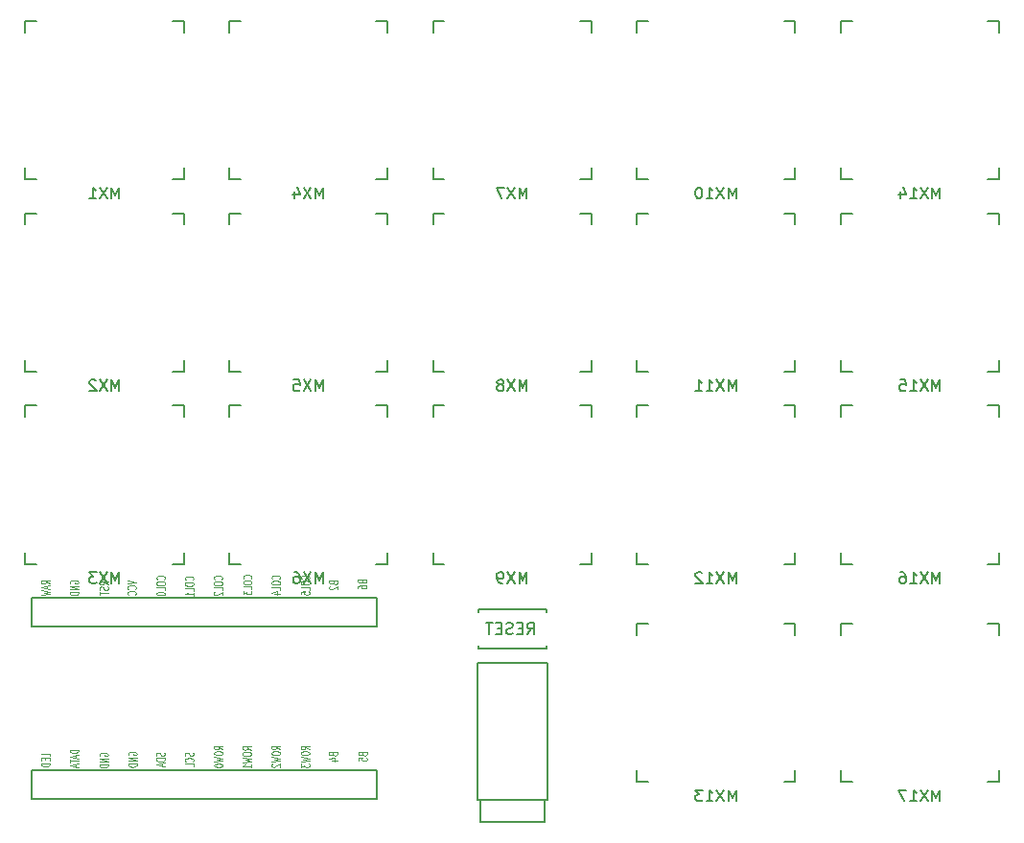
<source format=gbo>
%TF.GenerationSoftware,KiCad,Pcbnew,(5.1.12)-1*%
%TF.CreationDate,2021-11-19T00:53:14-08:00*%
%TF.ProjectId,orthodox,6f727468-6f64-46f7-982e-6b696361645f,rev?*%
%TF.SameCoordinates,Original*%
%TF.FileFunction,Legend,Bot*%
%TF.FilePolarity,Positive*%
%FSLAX46Y46*%
G04 Gerber Fmt 4.6, Leading zero omitted, Abs format (unit mm)*
G04 Created by KiCad (PCBNEW (5.1.12)-1) date 2021-11-19 00:53:14*
%MOMM*%
%LPD*%
G01*
G04 APERTURE LIST*
%ADD10C,0.150000*%
%ADD11C,0.125000*%
G04 APERTURE END LIST*
D10*
%TO.C,MX6*%
X79000000Y-74000000D02*
X79000000Y-75000000D01*
X79000000Y-75000000D02*
X78000000Y-75000000D01*
X78000000Y-61000000D02*
X79000000Y-61000000D01*
X79000000Y-61000000D02*
X79000000Y-62000000D01*
X65000000Y-62000000D02*
X65000000Y-61000000D01*
X65000000Y-61000000D02*
X66000000Y-61000000D01*
X66000000Y-75000000D02*
X65000000Y-75000000D01*
X65000000Y-75000000D02*
X65000000Y-74000000D01*
%TO.C,MX1*%
X47000000Y-41000000D02*
X47000000Y-40000000D01*
X48000000Y-41000000D02*
X47000000Y-41000000D01*
X47000000Y-27000000D02*
X48000000Y-27000000D01*
X47000000Y-28000000D02*
X47000000Y-27000000D01*
X61000000Y-27000000D02*
X61000000Y-28000000D01*
X60000000Y-27000000D02*
X61000000Y-27000000D01*
X61000000Y-41000000D02*
X60000000Y-41000000D01*
X61000000Y-40000000D02*
X61000000Y-41000000D01*
%TO.C,MX2*%
X61000000Y-57000000D02*
X61000000Y-58000000D01*
X61000000Y-58000000D02*
X60000000Y-58000000D01*
X60000000Y-44000000D02*
X61000000Y-44000000D01*
X61000000Y-44000000D02*
X61000000Y-45000000D01*
X47000000Y-45000000D02*
X47000000Y-44000000D01*
X47000000Y-44000000D02*
X48000000Y-44000000D01*
X48000000Y-58000000D02*
X47000000Y-58000000D01*
X47000000Y-58000000D02*
X47000000Y-57000000D01*
%TO.C,MX3*%
X61000000Y-74000000D02*
X61000000Y-75000000D01*
X61000000Y-75000000D02*
X60000000Y-75000000D01*
X60000000Y-61000000D02*
X61000000Y-61000000D01*
X61000000Y-61000000D02*
X61000000Y-62000000D01*
X47000000Y-62000000D02*
X47000000Y-61000000D01*
X47000000Y-61000000D02*
X48000000Y-61000000D01*
X48000000Y-75000000D02*
X47000000Y-75000000D01*
X47000000Y-75000000D02*
X47000000Y-74000000D01*
%TO.C,MX4*%
X79000000Y-40000000D02*
X79000000Y-41000000D01*
X79000000Y-41000000D02*
X78000000Y-41000000D01*
X78000000Y-27000000D02*
X79000000Y-27000000D01*
X79000000Y-27000000D02*
X79000000Y-28000000D01*
X65000000Y-28000000D02*
X65000000Y-27000000D01*
X65000000Y-27000000D02*
X66000000Y-27000000D01*
X66000000Y-41000000D02*
X65000000Y-41000000D01*
X65000000Y-41000000D02*
X65000000Y-40000000D01*
%TO.C,MX5*%
X65000000Y-58000000D02*
X65000000Y-57000000D01*
X66000000Y-58000000D02*
X65000000Y-58000000D01*
X65000000Y-44000000D02*
X66000000Y-44000000D01*
X65000000Y-45000000D02*
X65000000Y-44000000D01*
X79000000Y-44000000D02*
X79000000Y-45000000D01*
X78000000Y-44000000D02*
X79000000Y-44000000D01*
X79000000Y-58000000D02*
X78000000Y-58000000D01*
X79000000Y-57000000D02*
X79000000Y-58000000D01*
%TO.C,MX7*%
X83000000Y-41000000D02*
X83000000Y-40000000D01*
X84000000Y-41000000D02*
X83000000Y-41000000D01*
X83000000Y-27000000D02*
X84000000Y-27000000D01*
X83000000Y-28000000D02*
X83000000Y-27000000D01*
X97000000Y-27000000D02*
X97000000Y-28000000D01*
X96000000Y-27000000D02*
X97000000Y-27000000D01*
X97000000Y-41000000D02*
X96000000Y-41000000D01*
X97000000Y-40000000D02*
X97000000Y-41000000D01*
%TO.C,MX8*%
X97000000Y-57000000D02*
X97000000Y-58000000D01*
X97000000Y-58000000D02*
X96000000Y-58000000D01*
X96000000Y-44000000D02*
X97000000Y-44000000D01*
X97000000Y-44000000D02*
X97000000Y-45000000D01*
X83000000Y-45000000D02*
X83000000Y-44000000D01*
X83000000Y-44000000D02*
X84000000Y-44000000D01*
X84000000Y-58000000D02*
X83000000Y-58000000D01*
X83000000Y-58000000D02*
X83000000Y-57000000D01*
%TO.C,MX9*%
X97000000Y-74000000D02*
X97000000Y-75000000D01*
X97000000Y-75000000D02*
X96000000Y-75000000D01*
X96000000Y-61000000D02*
X97000000Y-61000000D01*
X97000000Y-61000000D02*
X97000000Y-62000000D01*
X83000000Y-62000000D02*
X83000000Y-61000000D01*
X83000000Y-61000000D02*
X84000000Y-61000000D01*
X84000000Y-75000000D02*
X83000000Y-75000000D01*
X83000000Y-75000000D02*
X83000000Y-74000000D01*
%TO.C,MX10*%
X115000000Y-40000000D02*
X115000000Y-41000000D01*
X115000000Y-41000000D02*
X114000000Y-41000000D01*
X114000000Y-27000000D02*
X115000000Y-27000000D01*
X115000000Y-27000000D02*
X115000000Y-28000000D01*
X101000000Y-28000000D02*
X101000000Y-27000000D01*
X101000000Y-27000000D02*
X102000000Y-27000000D01*
X102000000Y-41000000D02*
X101000000Y-41000000D01*
X101000000Y-41000000D02*
X101000000Y-40000000D01*
%TO.C,MX11*%
X101000000Y-58000000D02*
X101000000Y-57000000D01*
X102000000Y-58000000D02*
X101000000Y-58000000D01*
X101000000Y-44000000D02*
X102000000Y-44000000D01*
X101000000Y-45000000D02*
X101000000Y-44000000D01*
X115000000Y-44000000D02*
X115000000Y-45000000D01*
X114000000Y-44000000D02*
X115000000Y-44000000D01*
X115000000Y-58000000D02*
X114000000Y-58000000D01*
X115000000Y-57000000D02*
X115000000Y-58000000D01*
%TO.C,MX12*%
X115000000Y-74000000D02*
X115000000Y-75000000D01*
X115000000Y-75000000D02*
X114000000Y-75000000D01*
X114000000Y-61000000D02*
X115000000Y-61000000D01*
X115000000Y-61000000D02*
X115000000Y-62000000D01*
X101000000Y-62000000D02*
X101000000Y-61000000D01*
X101000000Y-61000000D02*
X102000000Y-61000000D01*
X102000000Y-75000000D02*
X101000000Y-75000000D01*
X101000000Y-75000000D02*
X101000000Y-74000000D01*
%TO.C,MX13*%
X115000000Y-93250000D02*
X115000000Y-94250000D01*
X115000000Y-94250000D02*
X114000000Y-94250000D01*
X114000000Y-80250000D02*
X115000000Y-80250000D01*
X115000000Y-80250000D02*
X115000000Y-81250000D01*
X101000000Y-81250000D02*
X101000000Y-80250000D01*
X101000000Y-80250000D02*
X102000000Y-80250000D01*
X102000000Y-94250000D02*
X101000000Y-94250000D01*
X101000000Y-94250000D02*
X101000000Y-93250000D01*
%TO.C,MX14*%
X119000000Y-41000000D02*
X119000000Y-40000000D01*
X120000000Y-41000000D02*
X119000000Y-41000000D01*
X119000000Y-27000000D02*
X120000000Y-27000000D01*
X119000000Y-28000000D02*
X119000000Y-27000000D01*
X133000000Y-27000000D02*
X133000000Y-28000000D01*
X132000000Y-27000000D02*
X133000000Y-27000000D01*
X133000000Y-41000000D02*
X132000000Y-41000000D01*
X133000000Y-40000000D02*
X133000000Y-41000000D01*
%TO.C,MX15*%
X133000000Y-57000000D02*
X133000000Y-58000000D01*
X133000000Y-58000000D02*
X132000000Y-58000000D01*
X132000000Y-44000000D02*
X133000000Y-44000000D01*
X133000000Y-44000000D02*
X133000000Y-45000000D01*
X119000000Y-45000000D02*
X119000000Y-44000000D01*
X119000000Y-44000000D02*
X120000000Y-44000000D01*
X120000000Y-58000000D02*
X119000000Y-58000000D01*
X119000000Y-58000000D02*
X119000000Y-57000000D01*
%TO.C,MX16*%
X119000000Y-75000000D02*
X119000000Y-74000000D01*
X120000000Y-75000000D02*
X119000000Y-75000000D01*
X119000000Y-61000000D02*
X120000000Y-61000000D01*
X119000000Y-62000000D02*
X119000000Y-61000000D01*
X133000000Y-61000000D02*
X133000000Y-62000000D01*
X132000000Y-61000000D02*
X133000000Y-61000000D01*
X133000000Y-75000000D02*
X132000000Y-75000000D01*
X133000000Y-74000000D02*
X133000000Y-75000000D01*
%TO.C,MX17*%
X119000000Y-94250000D02*
X119000000Y-93250000D01*
X120000000Y-94250000D02*
X119000000Y-94250000D01*
X119000000Y-80250000D02*
X120000000Y-80250000D01*
X119000000Y-81250000D02*
X119000000Y-80250000D01*
X133000000Y-80250000D02*
X133000000Y-81250000D01*
X132000000Y-80250000D02*
X133000000Y-80250000D01*
X133000000Y-94250000D02*
X132000000Y-94250000D01*
X133000000Y-93250000D02*
X133000000Y-94250000D01*
%TO.C,SW1*%
X87000000Y-79230000D02*
X87000000Y-78980000D01*
X87000000Y-78980000D02*
X93000000Y-78980000D01*
X93000000Y-78980000D02*
X93000000Y-79230000D01*
X93000000Y-82230000D02*
X93000000Y-82480000D01*
X93000000Y-82480000D02*
X87000000Y-82480000D01*
X87000000Y-82480000D02*
X87000000Y-82230000D01*
%TO.C,U1*%
X47552000Y-77966400D02*
X47552000Y-80506400D01*
X47552000Y-80506400D02*
X78032000Y-80506400D01*
X78032000Y-80506400D02*
X78032000Y-77966400D01*
X78032000Y-77966400D02*
X47552000Y-77966400D01*
X47552000Y-93186400D02*
X47552000Y-95726400D01*
X47552000Y-95726400D02*
X78032000Y-95726400D01*
X78032000Y-95726400D02*
X78032000Y-93186400D01*
X78032000Y-93186400D02*
X47552000Y-93186400D01*
%TO.C,U3*%
X92825000Y-97805000D02*
X87225000Y-97805000D01*
X87225000Y-95805000D02*
X87225000Y-97805000D01*
X92825000Y-95805000D02*
X92825000Y-97805000D01*
X86975000Y-95805000D02*
X86975000Y-83705000D01*
X93075000Y-95805000D02*
X93075000Y-83705000D01*
X93075000Y-83705000D02*
X86975000Y-83705000D01*
X93075000Y-95805000D02*
X86975000Y-95805000D01*
%TO.C,MX6*%
X73285714Y-76707380D02*
X73285714Y-75707380D01*
X72952380Y-76421666D01*
X72619047Y-75707380D01*
X72619047Y-76707380D01*
X72238095Y-75707380D02*
X71571428Y-76707380D01*
X71571428Y-75707380D02*
X72238095Y-76707380D01*
X70761904Y-75707380D02*
X70952380Y-75707380D01*
X71047619Y-75755000D01*
X71095238Y-75802619D01*
X71190476Y-75945476D01*
X71238095Y-76135952D01*
X71238095Y-76516904D01*
X71190476Y-76612142D01*
X71142857Y-76659761D01*
X71047619Y-76707380D01*
X70857142Y-76707380D01*
X70761904Y-76659761D01*
X70714285Y-76612142D01*
X70666666Y-76516904D01*
X70666666Y-76278809D01*
X70714285Y-76183571D01*
X70761904Y-76135952D01*
X70857142Y-76088333D01*
X71047619Y-76088333D01*
X71142857Y-76135952D01*
X71190476Y-76183571D01*
X71238095Y-76278809D01*
%TO.C,MX1*%
X55285714Y-42707380D02*
X55285714Y-41707380D01*
X54952380Y-42421666D01*
X54619047Y-41707380D01*
X54619047Y-42707380D01*
X54238095Y-41707380D02*
X53571428Y-42707380D01*
X53571428Y-41707380D02*
X54238095Y-42707380D01*
X52666666Y-42707380D02*
X53238095Y-42707380D01*
X52952380Y-42707380D02*
X52952380Y-41707380D01*
X53047619Y-41850238D01*
X53142857Y-41945476D01*
X53238095Y-41993095D01*
%TO.C,MX2*%
X55285714Y-59707380D02*
X55285714Y-58707380D01*
X54952380Y-59421666D01*
X54619047Y-58707380D01*
X54619047Y-59707380D01*
X54238095Y-58707380D02*
X53571428Y-59707380D01*
X53571428Y-58707380D02*
X54238095Y-59707380D01*
X53238095Y-58802619D02*
X53190476Y-58755000D01*
X53095238Y-58707380D01*
X52857142Y-58707380D01*
X52761904Y-58755000D01*
X52714285Y-58802619D01*
X52666666Y-58897857D01*
X52666666Y-58993095D01*
X52714285Y-59135952D01*
X53285714Y-59707380D01*
X52666666Y-59707380D01*
%TO.C,MX3*%
X55285714Y-76707380D02*
X55285714Y-75707380D01*
X54952380Y-76421666D01*
X54619047Y-75707380D01*
X54619047Y-76707380D01*
X54238095Y-75707380D02*
X53571428Y-76707380D01*
X53571428Y-75707380D02*
X54238095Y-76707380D01*
X53285714Y-75707380D02*
X52666666Y-75707380D01*
X53000000Y-76088333D01*
X52857142Y-76088333D01*
X52761904Y-76135952D01*
X52714285Y-76183571D01*
X52666666Y-76278809D01*
X52666666Y-76516904D01*
X52714285Y-76612142D01*
X52761904Y-76659761D01*
X52857142Y-76707380D01*
X53142857Y-76707380D01*
X53238095Y-76659761D01*
X53285714Y-76612142D01*
%TO.C,MX4*%
X73285714Y-42707380D02*
X73285714Y-41707380D01*
X72952380Y-42421666D01*
X72619047Y-41707380D01*
X72619047Y-42707380D01*
X72238095Y-41707380D02*
X71571428Y-42707380D01*
X71571428Y-41707380D02*
X72238095Y-42707380D01*
X70761904Y-42040714D02*
X70761904Y-42707380D01*
X71000000Y-41659761D02*
X71238095Y-42374047D01*
X70619047Y-42374047D01*
%TO.C,MX5*%
X73285714Y-59707380D02*
X73285714Y-58707380D01*
X72952380Y-59421666D01*
X72619047Y-58707380D01*
X72619047Y-59707380D01*
X72238095Y-58707380D02*
X71571428Y-59707380D01*
X71571428Y-58707380D02*
X72238095Y-59707380D01*
X70714285Y-58707380D02*
X71190476Y-58707380D01*
X71238095Y-59183571D01*
X71190476Y-59135952D01*
X71095238Y-59088333D01*
X70857142Y-59088333D01*
X70761904Y-59135952D01*
X70714285Y-59183571D01*
X70666666Y-59278809D01*
X70666666Y-59516904D01*
X70714285Y-59612142D01*
X70761904Y-59659761D01*
X70857142Y-59707380D01*
X71095238Y-59707380D01*
X71190476Y-59659761D01*
X71238095Y-59612142D01*
%TO.C,MX7*%
X91285714Y-42707380D02*
X91285714Y-41707380D01*
X90952380Y-42421666D01*
X90619047Y-41707380D01*
X90619047Y-42707380D01*
X90238095Y-41707380D02*
X89571428Y-42707380D01*
X89571428Y-41707380D02*
X90238095Y-42707380D01*
X89285714Y-41707380D02*
X88619047Y-41707380D01*
X89047619Y-42707380D01*
%TO.C,MX8*%
X91285714Y-59707380D02*
X91285714Y-58707380D01*
X90952380Y-59421666D01*
X90619047Y-58707380D01*
X90619047Y-59707380D01*
X90238095Y-58707380D02*
X89571428Y-59707380D01*
X89571428Y-58707380D02*
X90238095Y-59707380D01*
X89047619Y-59135952D02*
X89142857Y-59088333D01*
X89190476Y-59040714D01*
X89238095Y-58945476D01*
X89238095Y-58897857D01*
X89190476Y-58802619D01*
X89142857Y-58755000D01*
X89047619Y-58707380D01*
X88857142Y-58707380D01*
X88761904Y-58755000D01*
X88714285Y-58802619D01*
X88666666Y-58897857D01*
X88666666Y-58945476D01*
X88714285Y-59040714D01*
X88761904Y-59088333D01*
X88857142Y-59135952D01*
X89047619Y-59135952D01*
X89142857Y-59183571D01*
X89190476Y-59231190D01*
X89238095Y-59326428D01*
X89238095Y-59516904D01*
X89190476Y-59612142D01*
X89142857Y-59659761D01*
X89047619Y-59707380D01*
X88857142Y-59707380D01*
X88761904Y-59659761D01*
X88714285Y-59612142D01*
X88666666Y-59516904D01*
X88666666Y-59326428D01*
X88714285Y-59231190D01*
X88761904Y-59183571D01*
X88857142Y-59135952D01*
%TO.C,MX9*%
X91285714Y-76707380D02*
X91285714Y-75707380D01*
X90952380Y-76421666D01*
X90619047Y-75707380D01*
X90619047Y-76707380D01*
X90238095Y-75707380D02*
X89571428Y-76707380D01*
X89571428Y-75707380D02*
X90238095Y-76707380D01*
X89142857Y-76707380D02*
X88952380Y-76707380D01*
X88857142Y-76659761D01*
X88809523Y-76612142D01*
X88714285Y-76469285D01*
X88666666Y-76278809D01*
X88666666Y-75897857D01*
X88714285Y-75802619D01*
X88761904Y-75755000D01*
X88857142Y-75707380D01*
X89047619Y-75707380D01*
X89142857Y-75755000D01*
X89190476Y-75802619D01*
X89238095Y-75897857D01*
X89238095Y-76135952D01*
X89190476Y-76231190D01*
X89142857Y-76278809D01*
X89047619Y-76326428D01*
X88857142Y-76326428D01*
X88761904Y-76278809D01*
X88714285Y-76231190D01*
X88666666Y-76135952D01*
%TO.C,MX10*%
X109761904Y-42707380D02*
X109761904Y-41707380D01*
X109428571Y-42421666D01*
X109095238Y-41707380D01*
X109095238Y-42707380D01*
X108714285Y-41707380D02*
X108047619Y-42707380D01*
X108047619Y-41707380D02*
X108714285Y-42707380D01*
X107142857Y-42707380D02*
X107714285Y-42707380D01*
X107428571Y-42707380D02*
X107428571Y-41707380D01*
X107523809Y-41850238D01*
X107619047Y-41945476D01*
X107714285Y-41993095D01*
X106523809Y-41707380D02*
X106428571Y-41707380D01*
X106333333Y-41755000D01*
X106285714Y-41802619D01*
X106238095Y-41897857D01*
X106190476Y-42088333D01*
X106190476Y-42326428D01*
X106238095Y-42516904D01*
X106285714Y-42612142D01*
X106333333Y-42659761D01*
X106428571Y-42707380D01*
X106523809Y-42707380D01*
X106619047Y-42659761D01*
X106666666Y-42612142D01*
X106714285Y-42516904D01*
X106761904Y-42326428D01*
X106761904Y-42088333D01*
X106714285Y-41897857D01*
X106666666Y-41802619D01*
X106619047Y-41755000D01*
X106523809Y-41707380D01*
%TO.C,MX11*%
X109761904Y-59707380D02*
X109761904Y-58707380D01*
X109428571Y-59421666D01*
X109095238Y-58707380D01*
X109095238Y-59707380D01*
X108714285Y-58707380D02*
X108047619Y-59707380D01*
X108047619Y-58707380D02*
X108714285Y-59707380D01*
X107142857Y-59707380D02*
X107714285Y-59707380D01*
X107428571Y-59707380D02*
X107428571Y-58707380D01*
X107523809Y-58850238D01*
X107619047Y-58945476D01*
X107714285Y-58993095D01*
X106190476Y-59707380D02*
X106761904Y-59707380D01*
X106476190Y-59707380D02*
X106476190Y-58707380D01*
X106571428Y-58850238D01*
X106666666Y-58945476D01*
X106761904Y-58993095D01*
%TO.C,MX12*%
X109761904Y-76707380D02*
X109761904Y-75707380D01*
X109428571Y-76421666D01*
X109095238Y-75707380D01*
X109095238Y-76707380D01*
X108714285Y-75707380D02*
X108047619Y-76707380D01*
X108047619Y-75707380D02*
X108714285Y-76707380D01*
X107142857Y-76707380D02*
X107714285Y-76707380D01*
X107428571Y-76707380D02*
X107428571Y-75707380D01*
X107523809Y-75850238D01*
X107619047Y-75945476D01*
X107714285Y-75993095D01*
X106761904Y-75802619D02*
X106714285Y-75755000D01*
X106619047Y-75707380D01*
X106380952Y-75707380D01*
X106285714Y-75755000D01*
X106238095Y-75802619D01*
X106190476Y-75897857D01*
X106190476Y-75993095D01*
X106238095Y-76135952D01*
X106809523Y-76707380D01*
X106190476Y-76707380D01*
%TO.C,MX13*%
X109761904Y-95957380D02*
X109761904Y-94957380D01*
X109428571Y-95671666D01*
X109095238Y-94957380D01*
X109095238Y-95957380D01*
X108714285Y-94957380D02*
X108047619Y-95957380D01*
X108047619Y-94957380D02*
X108714285Y-95957380D01*
X107142857Y-95957380D02*
X107714285Y-95957380D01*
X107428571Y-95957380D02*
X107428571Y-94957380D01*
X107523809Y-95100238D01*
X107619047Y-95195476D01*
X107714285Y-95243095D01*
X106809523Y-94957380D02*
X106190476Y-94957380D01*
X106523809Y-95338333D01*
X106380952Y-95338333D01*
X106285714Y-95385952D01*
X106238095Y-95433571D01*
X106190476Y-95528809D01*
X106190476Y-95766904D01*
X106238095Y-95862142D01*
X106285714Y-95909761D01*
X106380952Y-95957380D01*
X106666666Y-95957380D01*
X106761904Y-95909761D01*
X106809523Y-95862142D01*
%TO.C,MX14*%
X127761904Y-42707380D02*
X127761904Y-41707380D01*
X127428571Y-42421666D01*
X127095238Y-41707380D01*
X127095238Y-42707380D01*
X126714285Y-41707380D02*
X126047619Y-42707380D01*
X126047619Y-41707380D02*
X126714285Y-42707380D01*
X125142857Y-42707380D02*
X125714285Y-42707380D01*
X125428571Y-42707380D02*
X125428571Y-41707380D01*
X125523809Y-41850238D01*
X125619047Y-41945476D01*
X125714285Y-41993095D01*
X124285714Y-42040714D02*
X124285714Y-42707380D01*
X124523809Y-41659761D02*
X124761904Y-42374047D01*
X124142857Y-42374047D01*
%TO.C,MX15*%
X127761904Y-59707380D02*
X127761904Y-58707380D01*
X127428571Y-59421666D01*
X127095238Y-58707380D01*
X127095238Y-59707380D01*
X126714285Y-58707380D02*
X126047619Y-59707380D01*
X126047619Y-58707380D02*
X126714285Y-59707380D01*
X125142857Y-59707380D02*
X125714285Y-59707380D01*
X125428571Y-59707380D02*
X125428571Y-58707380D01*
X125523809Y-58850238D01*
X125619047Y-58945476D01*
X125714285Y-58993095D01*
X124238095Y-58707380D02*
X124714285Y-58707380D01*
X124761904Y-59183571D01*
X124714285Y-59135952D01*
X124619047Y-59088333D01*
X124380952Y-59088333D01*
X124285714Y-59135952D01*
X124238095Y-59183571D01*
X124190476Y-59278809D01*
X124190476Y-59516904D01*
X124238095Y-59612142D01*
X124285714Y-59659761D01*
X124380952Y-59707380D01*
X124619047Y-59707380D01*
X124714285Y-59659761D01*
X124761904Y-59612142D01*
%TO.C,MX16*%
X127761904Y-76707380D02*
X127761904Y-75707380D01*
X127428571Y-76421666D01*
X127095238Y-75707380D01*
X127095238Y-76707380D01*
X126714285Y-75707380D02*
X126047619Y-76707380D01*
X126047619Y-75707380D02*
X126714285Y-76707380D01*
X125142857Y-76707380D02*
X125714285Y-76707380D01*
X125428571Y-76707380D02*
X125428571Y-75707380D01*
X125523809Y-75850238D01*
X125619047Y-75945476D01*
X125714285Y-75993095D01*
X124285714Y-75707380D02*
X124476190Y-75707380D01*
X124571428Y-75755000D01*
X124619047Y-75802619D01*
X124714285Y-75945476D01*
X124761904Y-76135952D01*
X124761904Y-76516904D01*
X124714285Y-76612142D01*
X124666666Y-76659761D01*
X124571428Y-76707380D01*
X124380952Y-76707380D01*
X124285714Y-76659761D01*
X124238095Y-76612142D01*
X124190476Y-76516904D01*
X124190476Y-76278809D01*
X124238095Y-76183571D01*
X124285714Y-76135952D01*
X124380952Y-76088333D01*
X124571428Y-76088333D01*
X124666666Y-76135952D01*
X124714285Y-76183571D01*
X124761904Y-76278809D01*
%TO.C,MX17*%
X127761904Y-95957380D02*
X127761904Y-94957380D01*
X127428571Y-95671666D01*
X127095238Y-94957380D01*
X127095238Y-95957380D01*
X126714285Y-94957380D02*
X126047619Y-95957380D01*
X126047619Y-94957380D02*
X126714285Y-95957380D01*
X125142857Y-95957380D02*
X125714285Y-95957380D01*
X125428571Y-95957380D02*
X125428571Y-94957380D01*
X125523809Y-95100238D01*
X125619047Y-95195476D01*
X125714285Y-95243095D01*
X124809523Y-94957380D02*
X124142857Y-94957380D01*
X124571428Y-95957380D01*
%TO.C,SW1*%
X91325380Y-81182380D02*
X91658714Y-80706190D01*
X91896809Y-81182380D02*
X91896809Y-80182380D01*
X91515857Y-80182380D01*
X91420619Y-80230000D01*
X91373000Y-80277619D01*
X91325380Y-80372857D01*
X91325380Y-80515714D01*
X91373000Y-80610952D01*
X91420619Y-80658571D01*
X91515857Y-80706190D01*
X91896809Y-80706190D01*
X90896809Y-80658571D02*
X90563476Y-80658571D01*
X90420619Y-81182380D02*
X90896809Y-81182380D01*
X90896809Y-80182380D01*
X90420619Y-80182380D01*
X90039666Y-81134761D02*
X89896809Y-81182380D01*
X89658714Y-81182380D01*
X89563476Y-81134761D01*
X89515857Y-81087142D01*
X89468238Y-80991904D01*
X89468238Y-80896666D01*
X89515857Y-80801428D01*
X89563476Y-80753809D01*
X89658714Y-80706190D01*
X89849190Y-80658571D01*
X89944428Y-80610952D01*
X89992047Y-80563333D01*
X90039666Y-80468095D01*
X90039666Y-80372857D01*
X89992047Y-80277619D01*
X89944428Y-80230000D01*
X89849190Y-80182380D01*
X89611095Y-80182380D01*
X89468238Y-80230000D01*
X89039666Y-80658571D02*
X88706333Y-80658571D01*
X88563476Y-81182380D02*
X89039666Y-81182380D01*
X89039666Y-80182380D01*
X88563476Y-80182380D01*
X88277761Y-80182380D02*
X87706333Y-80182380D01*
X87992047Y-81182380D02*
X87992047Y-80182380D01*
%TO.C,U1*%
D11*
X49161285Y-76739261D02*
X48804142Y-76572595D01*
X49161285Y-76453547D02*
X48411285Y-76453547D01*
X48411285Y-76644023D01*
X48447000Y-76691642D01*
X48482714Y-76715452D01*
X48554142Y-76739261D01*
X48661285Y-76739261D01*
X48732714Y-76715452D01*
X48768428Y-76691642D01*
X48804142Y-76644023D01*
X48804142Y-76453547D01*
X48947000Y-76929738D02*
X48947000Y-77167833D01*
X49161285Y-76882119D02*
X48411285Y-77048785D01*
X49161285Y-77215452D01*
X48411285Y-77334500D02*
X49161285Y-77453547D01*
X48625571Y-77548785D01*
X49161285Y-77644023D01*
X48411285Y-77763071D01*
X49161285Y-91978571D02*
X49161285Y-91740476D01*
X48411285Y-91740476D01*
X48768428Y-92145238D02*
X48768428Y-92311904D01*
X49161285Y-92383333D02*
X49161285Y-92145238D01*
X48411285Y-92145238D01*
X48411285Y-92383333D01*
X49161285Y-92597619D02*
X48411285Y-92597619D01*
X48411285Y-92716666D01*
X48447000Y-92788095D01*
X48518428Y-92835714D01*
X48589857Y-92859523D01*
X48732714Y-92883333D01*
X48839857Y-92883333D01*
X48982714Y-92859523D01*
X49054142Y-92835714D01*
X49125571Y-92788095D01*
X49161285Y-92716666D01*
X49161285Y-92597619D01*
X50987000Y-76703547D02*
X50951285Y-76655928D01*
X50951285Y-76584500D01*
X50987000Y-76513071D01*
X51058428Y-76465452D01*
X51129857Y-76441642D01*
X51272714Y-76417833D01*
X51379857Y-76417833D01*
X51522714Y-76441642D01*
X51594142Y-76465452D01*
X51665571Y-76513071D01*
X51701285Y-76584500D01*
X51701285Y-76632119D01*
X51665571Y-76703547D01*
X51629857Y-76727357D01*
X51379857Y-76727357D01*
X51379857Y-76632119D01*
X51701285Y-76941642D02*
X50951285Y-76941642D01*
X51701285Y-77227357D01*
X50951285Y-77227357D01*
X51701285Y-77465452D02*
X50951285Y-77465452D01*
X50951285Y-77584500D01*
X50987000Y-77655928D01*
X51058428Y-77703547D01*
X51129857Y-77727357D01*
X51272714Y-77751166D01*
X51379857Y-77751166D01*
X51522714Y-77727357D01*
X51594142Y-77703547D01*
X51665571Y-77655928D01*
X51701285Y-77584500D01*
X51701285Y-77465452D01*
X51689285Y-91400000D02*
X50939285Y-91400000D01*
X50939285Y-91519047D01*
X50975000Y-91590476D01*
X51046428Y-91638095D01*
X51117857Y-91661904D01*
X51260714Y-91685714D01*
X51367857Y-91685714D01*
X51510714Y-91661904D01*
X51582142Y-91638095D01*
X51653571Y-91590476D01*
X51689285Y-91519047D01*
X51689285Y-91400000D01*
X51475000Y-91876190D02*
X51475000Y-92114285D01*
X51689285Y-91828571D02*
X50939285Y-91995238D01*
X51689285Y-92161904D01*
X50939285Y-92257142D02*
X50939285Y-92542857D01*
X51689285Y-92400000D02*
X50939285Y-92400000D01*
X51475000Y-92685714D02*
X51475000Y-92923809D01*
X51689285Y-92638095D02*
X50939285Y-92804761D01*
X51689285Y-92971428D01*
X54304785Y-76810690D02*
X53947642Y-76644023D01*
X54304785Y-76524976D02*
X53554785Y-76524976D01*
X53554785Y-76715452D01*
X53590500Y-76763071D01*
X53626214Y-76786880D01*
X53697642Y-76810690D01*
X53804785Y-76810690D01*
X53876214Y-76786880D01*
X53911928Y-76763071D01*
X53947642Y-76715452D01*
X53947642Y-76524976D01*
X54269071Y-77001166D02*
X54304785Y-77072595D01*
X54304785Y-77191642D01*
X54269071Y-77239261D01*
X54233357Y-77263071D01*
X54161928Y-77286880D01*
X54090500Y-77286880D01*
X54019071Y-77263071D01*
X53983357Y-77239261D01*
X53947642Y-77191642D01*
X53911928Y-77096404D01*
X53876214Y-77048785D01*
X53840500Y-77024976D01*
X53769071Y-77001166D01*
X53697642Y-77001166D01*
X53626214Y-77024976D01*
X53590500Y-77048785D01*
X53554785Y-77096404D01*
X53554785Y-77215452D01*
X53590500Y-77286880D01*
X53554785Y-77429738D02*
X53554785Y-77715452D01*
X54304785Y-77572595D02*
X53554785Y-77572595D01*
X53590500Y-91943547D02*
X53554785Y-91895928D01*
X53554785Y-91824500D01*
X53590500Y-91753071D01*
X53661928Y-91705452D01*
X53733357Y-91681642D01*
X53876214Y-91657833D01*
X53983357Y-91657833D01*
X54126214Y-91681642D01*
X54197642Y-91705452D01*
X54269071Y-91753071D01*
X54304785Y-91824500D01*
X54304785Y-91872119D01*
X54269071Y-91943547D01*
X54233357Y-91967357D01*
X53983357Y-91967357D01*
X53983357Y-91872119D01*
X54304785Y-92181642D02*
X53554785Y-92181642D01*
X54304785Y-92467357D01*
X53554785Y-92467357D01*
X54304785Y-92705452D02*
X53554785Y-92705452D01*
X53554785Y-92824500D01*
X53590500Y-92895928D01*
X53661928Y-92943547D01*
X53733357Y-92967357D01*
X53876214Y-92991166D01*
X53983357Y-92991166D01*
X54126214Y-92967357D01*
X54197642Y-92943547D01*
X54269071Y-92895928D01*
X54304785Y-92824500D01*
X54304785Y-92705452D01*
X56031285Y-76417833D02*
X56781285Y-76584500D01*
X56031285Y-76751166D01*
X56709857Y-77203547D02*
X56745571Y-77179738D01*
X56781285Y-77108309D01*
X56781285Y-77060690D01*
X56745571Y-76989261D01*
X56674142Y-76941642D01*
X56602714Y-76917833D01*
X56459857Y-76894023D01*
X56352714Y-76894023D01*
X56209857Y-76917833D01*
X56138428Y-76941642D01*
X56067000Y-76989261D01*
X56031285Y-77060690D01*
X56031285Y-77108309D01*
X56067000Y-77179738D01*
X56102714Y-77203547D01*
X56709857Y-77703547D02*
X56745571Y-77679738D01*
X56781285Y-77608309D01*
X56781285Y-77560690D01*
X56745571Y-77489261D01*
X56674142Y-77441642D01*
X56602714Y-77417833D01*
X56459857Y-77394023D01*
X56352714Y-77394023D01*
X56209857Y-77417833D01*
X56138428Y-77441642D01*
X56067000Y-77489261D01*
X56031285Y-77560690D01*
X56031285Y-77608309D01*
X56067000Y-77679738D01*
X56102714Y-77703547D01*
X56130500Y-91880047D02*
X56094785Y-91832428D01*
X56094785Y-91761000D01*
X56130500Y-91689571D01*
X56201928Y-91641952D01*
X56273357Y-91618142D01*
X56416214Y-91594333D01*
X56523357Y-91594333D01*
X56666214Y-91618142D01*
X56737642Y-91641952D01*
X56809071Y-91689571D01*
X56844785Y-91761000D01*
X56844785Y-91808619D01*
X56809071Y-91880047D01*
X56773357Y-91903857D01*
X56523357Y-91903857D01*
X56523357Y-91808619D01*
X56844785Y-92118142D02*
X56094785Y-92118142D01*
X56844785Y-92403857D01*
X56094785Y-92403857D01*
X56844785Y-92641952D02*
X56094785Y-92641952D01*
X56094785Y-92761000D01*
X56130500Y-92832428D01*
X56201928Y-92880047D01*
X56273357Y-92903857D01*
X56416214Y-92927666D01*
X56523357Y-92927666D01*
X56666214Y-92903857D01*
X56737642Y-92880047D01*
X56809071Y-92832428D01*
X56844785Y-92761000D01*
X56844785Y-92641952D01*
X66917857Y-76252380D02*
X66953571Y-76228571D01*
X66989285Y-76157142D01*
X66989285Y-76109523D01*
X66953571Y-76038095D01*
X66882142Y-75990476D01*
X66810714Y-75966666D01*
X66667857Y-75942857D01*
X66560714Y-75942857D01*
X66417857Y-75966666D01*
X66346428Y-75990476D01*
X66275000Y-76038095D01*
X66239285Y-76109523D01*
X66239285Y-76157142D01*
X66275000Y-76228571D01*
X66310714Y-76252380D01*
X66239285Y-76561904D02*
X66239285Y-76657142D01*
X66275000Y-76704761D01*
X66346428Y-76752380D01*
X66489285Y-76776190D01*
X66739285Y-76776190D01*
X66882142Y-76752380D01*
X66953571Y-76704761D01*
X66989285Y-76657142D01*
X66989285Y-76561904D01*
X66953571Y-76514285D01*
X66882142Y-76466666D01*
X66739285Y-76442857D01*
X66489285Y-76442857D01*
X66346428Y-76466666D01*
X66275000Y-76514285D01*
X66239285Y-76561904D01*
X66989285Y-77228571D02*
X66989285Y-76990476D01*
X66239285Y-76990476D01*
X66239285Y-77347619D02*
X66239285Y-77657142D01*
X66525000Y-77490476D01*
X66525000Y-77561904D01*
X66560714Y-77609523D01*
X66596428Y-77633333D01*
X66667857Y-77657142D01*
X66846428Y-77657142D01*
X66917857Y-77633333D01*
X66953571Y-77609523D01*
X66989285Y-77561904D01*
X66989285Y-77419047D01*
X66953571Y-77371428D01*
X66917857Y-77347619D01*
X64439285Y-91369047D02*
X64082142Y-91202380D01*
X64439285Y-91083333D02*
X63689285Y-91083333D01*
X63689285Y-91273809D01*
X63725000Y-91321428D01*
X63760714Y-91345238D01*
X63832142Y-91369047D01*
X63939285Y-91369047D01*
X64010714Y-91345238D01*
X64046428Y-91321428D01*
X64082142Y-91273809D01*
X64082142Y-91083333D01*
X63689285Y-91678571D02*
X63689285Y-91773809D01*
X63725000Y-91821428D01*
X63796428Y-91869047D01*
X63939285Y-91892857D01*
X64189285Y-91892857D01*
X64332142Y-91869047D01*
X64403571Y-91821428D01*
X64439285Y-91773809D01*
X64439285Y-91678571D01*
X64403571Y-91630952D01*
X64332142Y-91583333D01*
X64189285Y-91559523D01*
X63939285Y-91559523D01*
X63796428Y-91583333D01*
X63725000Y-91630952D01*
X63689285Y-91678571D01*
X63689285Y-92059523D02*
X64439285Y-92178571D01*
X63903571Y-92273809D01*
X64439285Y-92369047D01*
X63689285Y-92488095D01*
X63689285Y-92773809D02*
X63689285Y-92821428D01*
X63725000Y-92869047D01*
X63760714Y-92892857D01*
X63832142Y-92916666D01*
X63975000Y-92940476D01*
X64153571Y-92940476D01*
X64296428Y-92916666D01*
X64367857Y-92892857D01*
X64403571Y-92869047D01*
X64439285Y-92821428D01*
X64439285Y-92773809D01*
X64403571Y-92726190D01*
X64367857Y-92702380D01*
X64296428Y-92678571D01*
X64153571Y-92654761D01*
X63975000Y-92654761D01*
X63832142Y-92678571D01*
X63760714Y-92702380D01*
X63725000Y-92726190D01*
X63689285Y-92773809D01*
X64329857Y-76352380D02*
X64365571Y-76328571D01*
X64401285Y-76257142D01*
X64401285Y-76209523D01*
X64365571Y-76138095D01*
X64294142Y-76090476D01*
X64222714Y-76066666D01*
X64079857Y-76042857D01*
X63972714Y-76042857D01*
X63829857Y-76066666D01*
X63758428Y-76090476D01*
X63687000Y-76138095D01*
X63651285Y-76209523D01*
X63651285Y-76257142D01*
X63687000Y-76328571D01*
X63722714Y-76352380D01*
X63651285Y-76661904D02*
X63651285Y-76757142D01*
X63687000Y-76804761D01*
X63758428Y-76852380D01*
X63901285Y-76876190D01*
X64151285Y-76876190D01*
X64294142Y-76852380D01*
X64365571Y-76804761D01*
X64401285Y-76757142D01*
X64401285Y-76661904D01*
X64365571Y-76614285D01*
X64294142Y-76566666D01*
X64151285Y-76542857D01*
X63901285Y-76542857D01*
X63758428Y-76566666D01*
X63687000Y-76614285D01*
X63651285Y-76661904D01*
X64401285Y-77328571D02*
X64401285Y-77090476D01*
X63651285Y-77090476D01*
X63722714Y-77471428D02*
X63687000Y-77495238D01*
X63651285Y-77542857D01*
X63651285Y-77661904D01*
X63687000Y-77709523D01*
X63722714Y-77733333D01*
X63794142Y-77757142D01*
X63865571Y-77757142D01*
X63972714Y-77733333D01*
X64401285Y-77447619D01*
X64401285Y-77757142D01*
X61825571Y-91665761D02*
X61861285Y-91737190D01*
X61861285Y-91856238D01*
X61825571Y-91903857D01*
X61789857Y-91927666D01*
X61718428Y-91951476D01*
X61647000Y-91951476D01*
X61575571Y-91927666D01*
X61539857Y-91903857D01*
X61504142Y-91856238D01*
X61468428Y-91761000D01*
X61432714Y-91713380D01*
X61397000Y-91689571D01*
X61325571Y-91665761D01*
X61254142Y-91665761D01*
X61182714Y-91689571D01*
X61147000Y-91713380D01*
X61111285Y-91761000D01*
X61111285Y-91880047D01*
X61147000Y-91951476D01*
X61789857Y-92451476D02*
X61825571Y-92427666D01*
X61861285Y-92356238D01*
X61861285Y-92308619D01*
X61825571Y-92237190D01*
X61754142Y-92189571D01*
X61682714Y-92165761D01*
X61539857Y-92141952D01*
X61432714Y-92141952D01*
X61289857Y-92165761D01*
X61218428Y-92189571D01*
X61147000Y-92237190D01*
X61111285Y-92308619D01*
X61111285Y-92356238D01*
X61147000Y-92427666D01*
X61182714Y-92451476D01*
X61861285Y-92903857D02*
X61861285Y-92665761D01*
X61111285Y-92665761D01*
X61789857Y-76402380D02*
X61825571Y-76378571D01*
X61861285Y-76307142D01*
X61861285Y-76259523D01*
X61825571Y-76188095D01*
X61754142Y-76140476D01*
X61682714Y-76116666D01*
X61539857Y-76092857D01*
X61432714Y-76092857D01*
X61289857Y-76116666D01*
X61218428Y-76140476D01*
X61147000Y-76188095D01*
X61111285Y-76259523D01*
X61111285Y-76307142D01*
X61147000Y-76378571D01*
X61182714Y-76402380D01*
X61111285Y-76711904D02*
X61111285Y-76807142D01*
X61147000Y-76854761D01*
X61218428Y-76902380D01*
X61361285Y-76926190D01*
X61611285Y-76926190D01*
X61754142Y-76902380D01*
X61825571Y-76854761D01*
X61861285Y-76807142D01*
X61861285Y-76711904D01*
X61825571Y-76664285D01*
X61754142Y-76616666D01*
X61611285Y-76592857D01*
X61361285Y-76592857D01*
X61218428Y-76616666D01*
X61147000Y-76664285D01*
X61111285Y-76711904D01*
X61861285Y-77378571D02*
X61861285Y-77140476D01*
X61111285Y-77140476D01*
X61861285Y-77807142D02*
X61861285Y-77521428D01*
X61861285Y-77664285D02*
X61111285Y-77664285D01*
X61218428Y-77616666D01*
X61289857Y-77569047D01*
X61325571Y-77521428D01*
X59285571Y-91653857D02*
X59321285Y-91725285D01*
X59321285Y-91844333D01*
X59285571Y-91891952D01*
X59249857Y-91915761D01*
X59178428Y-91939571D01*
X59107000Y-91939571D01*
X59035571Y-91915761D01*
X58999857Y-91891952D01*
X58964142Y-91844333D01*
X58928428Y-91749095D01*
X58892714Y-91701476D01*
X58857000Y-91677666D01*
X58785571Y-91653857D01*
X58714142Y-91653857D01*
X58642714Y-91677666D01*
X58607000Y-91701476D01*
X58571285Y-91749095D01*
X58571285Y-91868142D01*
X58607000Y-91939571D01*
X59321285Y-92153857D02*
X58571285Y-92153857D01*
X58571285Y-92272904D01*
X58607000Y-92344333D01*
X58678428Y-92391952D01*
X58749857Y-92415761D01*
X58892714Y-92439571D01*
X58999857Y-92439571D01*
X59142714Y-92415761D01*
X59214142Y-92391952D01*
X59285571Y-92344333D01*
X59321285Y-92272904D01*
X59321285Y-92153857D01*
X59107000Y-92630047D02*
X59107000Y-92868142D01*
X59321285Y-92582428D02*
X58571285Y-92749095D01*
X59321285Y-92915761D01*
X59267857Y-76352380D02*
X59303571Y-76328571D01*
X59339285Y-76257142D01*
X59339285Y-76209523D01*
X59303571Y-76138095D01*
X59232142Y-76090476D01*
X59160714Y-76066666D01*
X59017857Y-76042857D01*
X58910714Y-76042857D01*
X58767857Y-76066666D01*
X58696428Y-76090476D01*
X58625000Y-76138095D01*
X58589285Y-76209523D01*
X58589285Y-76257142D01*
X58625000Y-76328571D01*
X58660714Y-76352380D01*
X58589285Y-76661904D02*
X58589285Y-76757142D01*
X58625000Y-76804761D01*
X58696428Y-76852380D01*
X58839285Y-76876190D01*
X59089285Y-76876190D01*
X59232142Y-76852380D01*
X59303571Y-76804761D01*
X59339285Y-76757142D01*
X59339285Y-76661904D01*
X59303571Y-76614285D01*
X59232142Y-76566666D01*
X59089285Y-76542857D01*
X58839285Y-76542857D01*
X58696428Y-76566666D01*
X58625000Y-76614285D01*
X58589285Y-76661904D01*
X59339285Y-77328571D02*
X59339285Y-77090476D01*
X58589285Y-77090476D01*
X58589285Y-77590476D02*
X58589285Y-77638095D01*
X58625000Y-77685714D01*
X58660714Y-77709523D01*
X58732142Y-77733333D01*
X58875000Y-77757142D01*
X59053571Y-77757142D01*
X59196428Y-77733333D01*
X59267857Y-77709523D01*
X59303571Y-77685714D01*
X59339285Y-77638095D01*
X59339285Y-77590476D01*
X59303571Y-77542857D01*
X59267857Y-77519047D01*
X59196428Y-77495238D01*
X59053571Y-77471428D01*
X58875000Y-77471428D01*
X58732142Y-77495238D01*
X58660714Y-77519047D01*
X58625000Y-77542857D01*
X58589285Y-77590476D01*
X76746428Y-76547619D02*
X76782142Y-76619047D01*
X76817857Y-76642857D01*
X76889285Y-76666666D01*
X76996428Y-76666666D01*
X77067857Y-76642857D01*
X77103571Y-76619047D01*
X77139285Y-76571428D01*
X77139285Y-76380952D01*
X76389285Y-76380952D01*
X76389285Y-76547619D01*
X76425000Y-76595238D01*
X76460714Y-76619047D01*
X76532142Y-76642857D01*
X76603571Y-76642857D01*
X76675000Y-76619047D01*
X76710714Y-76595238D01*
X76746428Y-76547619D01*
X76746428Y-76380952D01*
X76389285Y-77095238D02*
X76389285Y-77000000D01*
X76425000Y-76952380D01*
X76460714Y-76928571D01*
X76567857Y-76880952D01*
X76710714Y-76857142D01*
X76996428Y-76857142D01*
X77067857Y-76880952D01*
X77103571Y-76904761D01*
X77139285Y-76952380D01*
X77139285Y-77047619D01*
X77103571Y-77095238D01*
X77067857Y-77119047D01*
X76996428Y-77142857D01*
X76817857Y-77142857D01*
X76746428Y-77119047D01*
X76710714Y-77095238D01*
X76675000Y-77047619D01*
X76675000Y-76952380D01*
X76710714Y-76904761D01*
X76746428Y-76880952D01*
X76817857Y-76857142D01*
X76771928Y-91797619D02*
X76807642Y-91869047D01*
X76843357Y-91892857D01*
X76914785Y-91916666D01*
X77021928Y-91916666D01*
X77093357Y-91892857D01*
X77129071Y-91869047D01*
X77164785Y-91821428D01*
X77164785Y-91630952D01*
X76414785Y-91630952D01*
X76414785Y-91797619D01*
X76450500Y-91845238D01*
X76486214Y-91869047D01*
X76557642Y-91892857D01*
X76629071Y-91892857D01*
X76700500Y-91869047D01*
X76736214Y-91845238D01*
X76771928Y-91797619D01*
X76771928Y-91630952D01*
X76414785Y-92369047D02*
X76414785Y-92130952D01*
X76771928Y-92107142D01*
X76736214Y-92130952D01*
X76700500Y-92178571D01*
X76700500Y-92297619D01*
X76736214Y-92345238D01*
X76771928Y-92369047D01*
X76843357Y-92392857D01*
X77021928Y-92392857D01*
X77093357Y-92369047D01*
X77129071Y-92345238D01*
X77164785Y-92297619D01*
X77164785Y-92178571D01*
X77129071Y-92130952D01*
X77093357Y-92107142D01*
X74168428Y-91797619D02*
X74204142Y-91869047D01*
X74239857Y-91892857D01*
X74311285Y-91916666D01*
X74418428Y-91916666D01*
X74489857Y-91892857D01*
X74525571Y-91869047D01*
X74561285Y-91821428D01*
X74561285Y-91630952D01*
X73811285Y-91630952D01*
X73811285Y-91797619D01*
X73847000Y-91845238D01*
X73882714Y-91869047D01*
X73954142Y-91892857D01*
X74025571Y-91892857D01*
X74097000Y-91869047D01*
X74132714Y-91845238D01*
X74168428Y-91797619D01*
X74168428Y-91630952D01*
X74061285Y-92345238D02*
X74561285Y-92345238D01*
X73775571Y-92226190D02*
X74311285Y-92107142D01*
X74311285Y-92416666D01*
X74196428Y-76647619D02*
X74232142Y-76719047D01*
X74267857Y-76742857D01*
X74339285Y-76766666D01*
X74446428Y-76766666D01*
X74517857Y-76742857D01*
X74553571Y-76719047D01*
X74589285Y-76671428D01*
X74589285Y-76480952D01*
X73839285Y-76480952D01*
X73839285Y-76647619D01*
X73875000Y-76695238D01*
X73910714Y-76719047D01*
X73982142Y-76742857D01*
X74053571Y-76742857D01*
X74125000Y-76719047D01*
X74160714Y-76695238D01*
X74196428Y-76647619D01*
X74196428Y-76480952D01*
X73910714Y-76957142D02*
X73875000Y-76980952D01*
X73839285Y-77028571D01*
X73839285Y-77147619D01*
X73875000Y-77195238D01*
X73910714Y-77219047D01*
X73982142Y-77242857D01*
X74053571Y-77242857D01*
X74160714Y-77219047D01*
X74589285Y-76933333D01*
X74589285Y-77242857D01*
X72084785Y-91369047D02*
X71727642Y-91202380D01*
X72084785Y-91083333D02*
X71334785Y-91083333D01*
X71334785Y-91273809D01*
X71370500Y-91321428D01*
X71406214Y-91345238D01*
X71477642Y-91369047D01*
X71584785Y-91369047D01*
X71656214Y-91345238D01*
X71691928Y-91321428D01*
X71727642Y-91273809D01*
X71727642Y-91083333D01*
X71334785Y-91678571D02*
X71334785Y-91773809D01*
X71370500Y-91821428D01*
X71441928Y-91869047D01*
X71584785Y-91892857D01*
X71834785Y-91892857D01*
X71977642Y-91869047D01*
X72049071Y-91821428D01*
X72084785Y-91773809D01*
X72084785Y-91678571D01*
X72049071Y-91630952D01*
X71977642Y-91583333D01*
X71834785Y-91559523D01*
X71584785Y-91559523D01*
X71441928Y-91583333D01*
X71370500Y-91630952D01*
X71334785Y-91678571D01*
X71334785Y-92059523D02*
X72084785Y-92178571D01*
X71549071Y-92273809D01*
X72084785Y-92369047D01*
X71334785Y-92488095D01*
X71334785Y-92630952D02*
X71334785Y-92940476D01*
X71620500Y-92773809D01*
X71620500Y-92845238D01*
X71656214Y-92892857D01*
X71691928Y-92916666D01*
X71763357Y-92940476D01*
X71941928Y-92940476D01*
X72013357Y-92916666D01*
X72049071Y-92892857D01*
X72084785Y-92845238D01*
X72084785Y-92702380D01*
X72049071Y-92654761D01*
X72013357Y-92630952D01*
X72013357Y-76302380D02*
X72049071Y-76278571D01*
X72084785Y-76207142D01*
X72084785Y-76159523D01*
X72049071Y-76088095D01*
X71977642Y-76040476D01*
X71906214Y-76016666D01*
X71763357Y-75992857D01*
X71656214Y-75992857D01*
X71513357Y-76016666D01*
X71441928Y-76040476D01*
X71370500Y-76088095D01*
X71334785Y-76159523D01*
X71334785Y-76207142D01*
X71370500Y-76278571D01*
X71406214Y-76302380D01*
X71334785Y-76611904D02*
X71334785Y-76707142D01*
X71370500Y-76754761D01*
X71441928Y-76802380D01*
X71584785Y-76826190D01*
X71834785Y-76826190D01*
X71977642Y-76802380D01*
X72049071Y-76754761D01*
X72084785Y-76707142D01*
X72084785Y-76611904D01*
X72049071Y-76564285D01*
X71977642Y-76516666D01*
X71834785Y-76492857D01*
X71584785Y-76492857D01*
X71441928Y-76516666D01*
X71370500Y-76564285D01*
X71334785Y-76611904D01*
X72084785Y-77278571D02*
X72084785Y-77040476D01*
X71334785Y-77040476D01*
X71334785Y-77683333D02*
X71334785Y-77445238D01*
X71691928Y-77421428D01*
X71656214Y-77445238D01*
X71620500Y-77492857D01*
X71620500Y-77611904D01*
X71656214Y-77659523D01*
X71691928Y-77683333D01*
X71763357Y-77707142D01*
X71941928Y-77707142D01*
X72013357Y-77683333D01*
X72049071Y-77659523D01*
X72084785Y-77611904D01*
X72084785Y-77492857D01*
X72049071Y-77445238D01*
X72013357Y-77421428D01*
X69489285Y-91369047D02*
X69132142Y-91202380D01*
X69489285Y-91083333D02*
X68739285Y-91083333D01*
X68739285Y-91273809D01*
X68775000Y-91321428D01*
X68810714Y-91345238D01*
X68882142Y-91369047D01*
X68989285Y-91369047D01*
X69060714Y-91345238D01*
X69096428Y-91321428D01*
X69132142Y-91273809D01*
X69132142Y-91083333D01*
X68739285Y-91678571D02*
X68739285Y-91773809D01*
X68775000Y-91821428D01*
X68846428Y-91869047D01*
X68989285Y-91892857D01*
X69239285Y-91892857D01*
X69382142Y-91869047D01*
X69453571Y-91821428D01*
X69489285Y-91773809D01*
X69489285Y-91678571D01*
X69453571Y-91630952D01*
X69382142Y-91583333D01*
X69239285Y-91559523D01*
X68989285Y-91559523D01*
X68846428Y-91583333D01*
X68775000Y-91630952D01*
X68739285Y-91678571D01*
X68739285Y-92059523D02*
X69489285Y-92178571D01*
X68953571Y-92273809D01*
X69489285Y-92369047D01*
X68739285Y-92488095D01*
X68810714Y-92654761D02*
X68775000Y-92678571D01*
X68739285Y-92726190D01*
X68739285Y-92845238D01*
X68775000Y-92892857D01*
X68810714Y-92916666D01*
X68882142Y-92940476D01*
X68953571Y-92940476D01*
X69060714Y-92916666D01*
X69489285Y-92630952D01*
X69489285Y-92940476D01*
X69417857Y-76302380D02*
X69453571Y-76278571D01*
X69489285Y-76207142D01*
X69489285Y-76159523D01*
X69453571Y-76088095D01*
X69382142Y-76040476D01*
X69310714Y-76016666D01*
X69167857Y-75992857D01*
X69060714Y-75992857D01*
X68917857Y-76016666D01*
X68846428Y-76040476D01*
X68775000Y-76088095D01*
X68739285Y-76159523D01*
X68739285Y-76207142D01*
X68775000Y-76278571D01*
X68810714Y-76302380D01*
X68739285Y-76611904D02*
X68739285Y-76707142D01*
X68775000Y-76754761D01*
X68846428Y-76802380D01*
X68989285Y-76826190D01*
X69239285Y-76826190D01*
X69382142Y-76802380D01*
X69453571Y-76754761D01*
X69489285Y-76707142D01*
X69489285Y-76611904D01*
X69453571Y-76564285D01*
X69382142Y-76516666D01*
X69239285Y-76492857D01*
X68989285Y-76492857D01*
X68846428Y-76516666D01*
X68775000Y-76564285D01*
X68739285Y-76611904D01*
X69489285Y-77278571D02*
X69489285Y-77040476D01*
X68739285Y-77040476D01*
X68989285Y-77659523D02*
X69489285Y-77659523D01*
X68703571Y-77540476D02*
X69239285Y-77421428D01*
X69239285Y-77730952D01*
X66941285Y-91419047D02*
X66584142Y-91252380D01*
X66941285Y-91133333D02*
X66191285Y-91133333D01*
X66191285Y-91323809D01*
X66227000Y-91371428D01*
X66262714Y-91395238D01*
X66334142Y-91419047D01*
X66441285Y-91419047D01*
X66512714Y-91395238D01*
X66548428Y-91371428D01*
X66584142Y-91323809D01*
X66584142Y-91133333D01*
X66191285Y-91728571D02*
X66191285Y-91823809D01*
X66227000Y-91871428D01*
X66298428Y-91919047D01*
X66441285Y-91942857D01*
X66691285Y-91942857D01*
X66834142Y-91919047D01*
X66905571Y-91871428D01*
X66941285Y-91823809D01*
X66941285Y-91728571D01*
X66905571Y-91680952D01*
X66834142Y-91633333D01*
X66691285Y-91609523D01*
X66441285Y-91609523D01*
X66298428Y-91633333D01*
X66227000Y-91680952D01*
X66191285Y-91728571D01*
X66191285Y-92109523D02*
X66941285Y-92228571D01*
X66405571Y-92323809D01*
X66941285Y-92419047D01*
X66191285Y-92538095D01*
X66941285Y-92990476D02*
X66941285Y-92704761D01*
X66941285Y-92847619D02*
X66191285Y-92847619D01*
X66298428Y-92800000D01*
X66369857Y-92752380D01*
X66405571Y-92704761D01*
%TD*%
M02*

</source>
